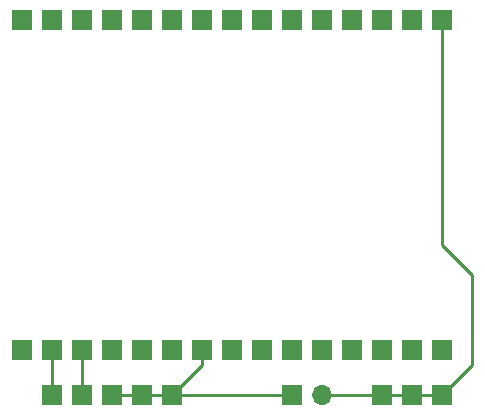
<source format=gbr>
%TF.GenerationSoftware,KiCad,Pcbnew,(6.0.5)*%
%TF.CreationDate,2022-07-17T17:30:09+01:00*%
%TF.ProjectId,wheelchairPCB,77686565-6c63-4686-9169-725043422e6b,rev?*%
%TF.SameCoordinates,Original*%
%TF.FileFunction,Copper,L2,Bot*%
%TF.FilePolarity,Positive*%
%FSLAX46Y46*%
G04 Gerber Fmt 4.6, Leading zero omitted, Abs format (unit mm)*
G04 Created by KiCad (PCBNEW (6.0.5)) date 2022-07-17 17:30:09*
%MOMM*%
%LPD*%
G01*
G04 APERTURE LIST*
%TA.AperFunction,ComponentPad*%
%ADD10R,1.700000X1.700000*%
%TD*%
%TA.AperFunction,ComponentPad*%
%ADD11O,1.700000X1.700000*%
%TD*%
%TA.AperFunction,ComponentPad*%
%ADD12R,1.778000X1.778000*%
%TD*%
%TA.AperFunction,Conductor*%
%ADD13C,0.250000*%
%TD*%
G04 APERTURE END LIST*
D10*
%TO.P,J1,1,Pin_1*%
%TO.N,Net-(J1-Pad1)*%
X172720000Y-81280000D03*
D11*
%TO.P,J1,2,Pin_2*%
%TO.N,Net-(J1-Pad2)*%
X175260000Y-81280000D03*
%TD*%
D10*
%TO.P,J2,1,Pin_1*%
%TO.N,Net-(J1-Pad2)*%
X180340000Y-81280000D03*
%TO.P,J2,2,Pin_2*%
X182880000Y-81280000D03*
%TO.P,J2,3,Pin_3*%
X185420000Y-81280000D03*
%TD*%
%TO.P,J3,1,Pin_1*%
%TO.N,Net-(J1-Pad1)*%
X162560000Y-81280000D03*
%TO.P,J3,2,Pin_2*%
X160020000Y-81280000D03*
%TO.P,J3,3,Pin_3*%
X157480000Y-81280000D03*
%TO.P,J3,4,Pin_4*%
%TO.N,Net-(J3-Pad4)*%
X154940000Y-81280000D03*
%TO.P,J3,5,Pin_5*%
%TO.N,Net-(J3-Pad5)*%
X152400000Y-81280000D03*
%TD*%
D12*
%TO.P,U1,1,A0*%
%TO.N,unconnected-(U1-Pad1)*%
X149860000Y-49530000D03*
%TO.P,U1,2,GND*%
%TO.N,unconnected-(U1-Pad2)*%
X152400000Y-49530000D03*
%TO.P,U1,3,VU*%
%TO.N,unconnected-(U1-Pad3)*%
X154940000Y-49530000D03*
%TO.P,U1,4,S3*%
%TO.N,unconnected-(U1-Pad4)*%
X157480000Y-49530000D03*
%TO.P,U1,5,S2*%
%TO.N,unconnected-(U1-Pad5)*%
X160020000Y-49530000D03*
%TO.P,U1,6,S1*%
%TO.N,unconnected-(U1-Pad6)*%
X162560000Y-49530000D03*
%TO.P,U1,7,SC*%
%TO.N,unconnected-(U1-Pad7)*%
X165100000Y-49530000D03*
%TO.P,U1,8,S0*%
%TO.N,unconnected-(U1-Pad8)*%
X167640000Y-49530000D03*
%TO.P,U1,9,SK*%
%TO.N,unconnected-(U1-Pad9)*%
X170180000Y-49530000D03*
%TO.P,U1,10,GND*%
%TO.N,unconnected-(U1-Pad10)*%
X172720000Y-49530000D03*
%TO.P,U1,11,3V3*%
%TO.N,unconnected-(U1-Pad11)*%
X175260000Y-49530000D03*
%TO.P,U1,12,EN*%
%TO.N,unconnected-(U1-Pad12)*%
X177800000Y-49530000D03*
%TO.P,U1,13,RST*%
%TO.N,unconnected-(U1-Pad13)*%
X180340000Y-49530000D03*
%TO.P,U1,14,GND*%
%TO.N,unconnected-(U1-Pad14)*%
X182880000Y-49530000D03*
%TO.P,U1,15,VIN*%
%TO.N,Net-(J1-Pad2)*%
X185420000Y-49530000D03*
%TO.P,U1,16,3V3*%
%TO.N,unconnected-(U1-Pad16)*%
X185420000Y-77470000D03*
%TO.P,U1,17,GND*%
%TO.N,unconnected-(U1-Pad17)*%
X182880000Y-77470000D03*
%TO.P,U1,18,TX*%
%TO.N,unconnected-(U1-Pad18)*%
X180340000Y-77470000D03*
%TO.P,U1,19,RX*%
%TO.N,unconnected-(U1-Pad19)*%
X177800000Y-77470000D03*
%TO.P,U1,20,D8*%
%TO.N,unconnected-(U1-Pad20)*%
X175260000Y-77470000D03*
%TO.P,U1,21,D7*%
%TO.N,unconnected-(U1-Pad21)*%
X172720000Y-77470000D03*
%TO.P,U1,22,D6*%
%TO.N,unconnected-(U1-Pad22)*%
X170180000Y-77470000D03*
%TO.P,U1,23,D5*%
%TO.N,unconnected-(U1-Pad23)*%
X167640000Y-77470000D03*
%TO.P,U1,24,GND*%
%TO.N,Net-(J1-Pad1)*%
X165100000Y-77470000D03*
%TO.P,U1,25,3V3*%
%TO.N,unconnected-(U1-Pad25)*%
X162560000Y-77470000D03*
%TO.P,U1,26,D4*%
%TO.N,unconnected-(U1-Pad26)*%
X160020000Y-77470000D03*
%TO.P,U1,27,D3*%
%TO.N,unconnected-(U1-Pad27)*%
X157480000Y-77470000D03*
%TO.P,U1,28,D2*%
%TO.N,Net-(J3-Pad4)*%
X154940000Y-77470000D03*
%TO.P,U1,29,D1*%
%TO.N,Net-(J3-Pad5)*%
X152400000Y-77470000D03*
%TO.P,U1,30,D0*%
%TO.N,unconnected-(U1-Pad30)*%
X149860000Y-77470000D03*
%TD*%
D13*
%TO.N,Net-(J1-Pad1)*%
X160020000Y-81280000D02*
X162560000Y-81280000D01*
X157480000Y-81280000D02*
X160020000Y-81280000D01*
X172720000Y-81280000D02*
X162560000Y-81280000D01*
X165100000Y-77470000D02*
X165100000Y-78740000D01*
X165100000Y-78740000D02*
X162560000Y-81280000D01*
%TO.N,Net-(J1-Pad2)*%
X175260000Y-81280000D02*
X180340000Y-81280000D01*
X187960000Y-78740000D02*
X185420000Y-81280000D01*
X185420000Y-68580000D02*
X187960000Y-71120000D01*
X185420000Y-49530000D02*
X185420000Y-68580000D01*
X187960000Y-71120000D02*
X187960000Y-78740000D01*
X180340000Y-81280000D02*
X182880000Y-81280000D01*
X182880000Y-81280000D02*
X185420000Y-81280000D01*
%TO.N,Net-(J3-Pad4)*%
X154940000Y-81280000D02*
X154940000Y-77470000D01*
%TO.N,Net-(J3-Pad5)*%
X152400000Y-81280000D02*
X152400000Y-77470000D01*
%TD*%
M02*

</source>
